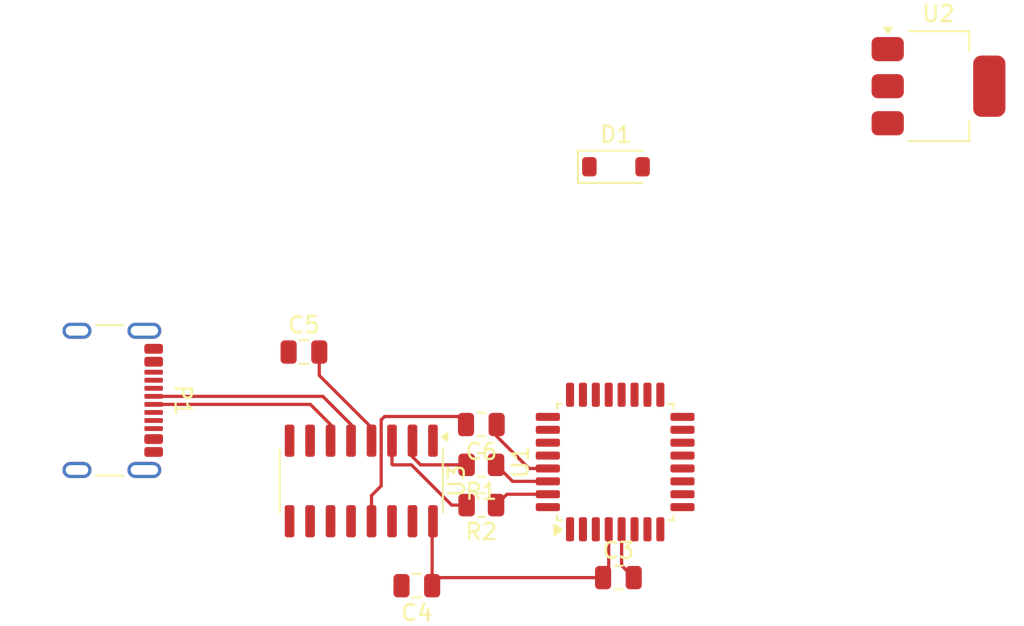
<source format=kicad_pcb>
(kicad_pcb (version 20240108) (generator "pcbnew") (generator_version "8.0")
  (layers (0 "F.Cu" signal) (31 "B.Cu" signal) (34 "B.Paste" user) (35 "F.Paste" user) (36 "B.SilkS" user "B.Silkscreen") (37 "F.SilkS" user "F.Silkscreen") (38 "B.Mask" user) (39 "F.Mask" user) (44 "Edge.Cuts" user))
  (net 0 "")
  (net 1 "GND")
  (net 2 "D-")
  (net 5 "D+")
  (net 16 "+5V")
  (net 34 "+12V")
  (net 38 "Net-(U3-V3)")
  (net 44 "Net-(D1-A)")
  (net 45 "Reset")
  (net 46 "Net-(U3-TXD)")
  (net 47 "Net-(U3-RXD)")
  (net 48 "Net-(U3-DTR#)")
  (net 49 "RX")
  (net 50 "TX")
  (footprint "Connector_USB:USB_C_Receptacle_GCT_USB4105-xx-A_16P_TopMnt_Horizontal" (layer "F.Cu") (at 103.5 70 -90)
    (property "Reference" "P1" (at 0 -5.5 -90) (layer "F.SilkS"))
    (property "Value" "USB_C_Plug_USB2.0")
    (fp_line (start -4.67 -0.1) (end -4.67 -1.8) (stroke (width 0.12)) (layer "F.SilkS"))
    (fp_line (start 4.67 -0.1) (end 4.67 -1.8) (stroke (width 0.12)) (layer "F.SilkS"))
    (pad "" np_thru_hole circle (at -2.89 -2.605 270) (size 0.65 0.65) (drill 0.65) (layers "F&B.Cu" "*.Mask"))
    (pad "" np_thru_hole circle (at 2.89 -2.605 270) (size 0.65 0.65) (drill 0.65) (layers "F&B.Cu" "*.Mask"))
    (pad "A1" smd roundrect (at -3.2 -3.68 270) (size 0.6 1.15) (layers "F.Cu" "F.Paste" "F.Mask") (net 1 "GND"))
    (pad "A4" smd roundrect (at -2.4 -3.68 270) (size 0.6 1.15) (layers "F.Cu" "F.Paste" "F.Mask") (net 44 "Net-(D1-A)"))
    (pad "A5" smd roundrect (at -1.25 -3.68 270) (size 0.3 1.15) (layers "F.Cu" "F.Paste" "F.Mask"))
    (pad "A6" smd roundrect (at -0.25 -3.68 270) (size 0.3 1.15) (layers "F.Cu" "F.Paste" "F.Mask") (net 5 "D+"))
    (pad "A7" smd roundrect (at 0.25 -3.68 270) (size 0.3 1.15) (layers "F.Cu" "F.Paste" "F.Mask") (net 2 "D-"))
    (pad "A8" smd roundrect (at 1.25 -3.68 270) (size 0.3 1.15) (layers "F.Cu" "F.Paste" "F.Mask"))
    (pad "A9" smd roundrect (at 2.4 -3.68 270) (size 0.6 1.15) (layers "F.Cu" "F.Paste" "F.Mask") (net 44 "Net-(D1-A)"))
    (pad "A12" smd roundrect (at 3.2 -3.68 270) (size 0.6 1.15) (layers "F.Cu" "F.Paste" "F.Mask") (net 1 "GND"))
    (pad "B1" smd roundrect (at 3.2 -3.68 270) (size 0.6 1.15) (layers "F.Cu" "F.Paste" "F.Mask") (net 1 "GND"))
    (pad "B4" smd roundrect (at 2.4 -3.68 270) (size 0.6 1.15) (layers "F.Cu" "F.Paste" "F.Mask") (net 44 "Net-(D1-A)"))
    (pad "B5" smd roundrect (at 1.75 -3.68 270) (size 0.3 1.15) (layers "F.Cu" "F.Paste" "F.Mask"))
    (pad "B6" smd roundrect (at 0.75 -3.68 270) (size 0.3 1.15) (layers "F.Cu" "F.Paste" "F.Mask"))
    (pad "B7" smd roundrect (at -0.75 -3.68 270) (size 0.3 1.15) (layers "F.Cu" "F.Paste" "F.Mask"))
    (pad "B8" smd roundrect (at -1.75 -3.68 270) (size 0.3 1.15) (layers "F.Cu" "F.Paste" "F.Mask"))
    (pad "B9" smd roundrect (at -2.4 -3.68 270) (size 0.6 1.15) (layers "F.Cu" "F.Paste" "F.Mask") (net 44 "Net-(D1-A)"))
    (pad "B12" smd roundrect (at -3.2 -3.68 270) (size 0.6 1.15) (layers "F.Cu" "F.Paste" "F.Mask") (net 1 "GND"))
    (pad "S1" thru_hole oval (at -4.32 -3.105 270) (size 1 2.1) (drill oval 0.6 1.7) (property pad_prop_heatsink) (layers "*.Cu" "*.Mask" "F.Paste") (net 1 "GND"))
    (pad "S1" thru_hole oval (at -4.32 1.075 270) (size 1 1.8) (drill oval 0.6 1.4) (property pad_prop_heatsink) (layers "*.Cu" "*.Mask" "F.Paste") (net 1 "GND"))
    (pad "S1" thru_hole oval (at 4.32 -3.105 270) (size 1 2.1) (drill oval 0.6 1.7) (property pad_prop_heatsink) (layers "*.Cu" "*.Mask" "F.Paste") (net 1 "GND"))
    (pad "S1" thru_hole oval (at 4.32 1.075 270) (size 1 1.8) (drill oval 0.6 1.4) (property pad_prop_heatsink) (layers "*.Cu" "*.Mask" "F.Paste") (net 1 "GND"))
  )
  (footprint "Capacitor_SMD:C_0805_2012Metric" (layer "F.Cu") (at 123.5 81.5 180)
    (property "Reference" "C4" (at 0 -1.68 360) (layer "F.SilkS"))
    (property "Value" "100nF")
    (fp_line (start -0.261252 0.735) (end 0.261252 0.735) (stroke (width 0.12)) (layer "F.SilkS"))
    (fp_line (start -0.261252 -0.735) (end 0.261252 -0.735) (stroke (width 0.12)) (layer "F.SilkS"))
    (pad "1" smd roundrect (at -0.95 0 180) (size 1 1.45) (layers "F.Cu" "F.Paste" "F.Mask") (net 16 "+5V"))
    (pad "2" smd roundrect (at 0.95 0 180) (size 1 1.45) (layers "F.Cu" "F.Paste" "F.Mask") (net 1 "GND"))
  )
  (footprint "Resistor_SMD:R_0805_2012Metric" (layer "F.Cu") (at 127.5 76.5 180)
    (property "Reference" "R2" (at 0 -1.65 360) (layer "F.SilkS"))
    (property "Value" "1K")
    (fp_line (start -0.227064 0.735) (end 0.227064 0.735) (stroke (width 0.12)) (layer "F.SilkS"))
    (fp_line (start -0.227064 -0.735) (end 0.227064 -0.735) (stroke (width 0.12)) (layer "F.SilkS"))
    (pad "1" smd roundrect (at -0.9125 0 180) (size 1.025 1.4) (layers "F.Cu" "F.Paste" "F.Mask") (roundrect_rratio 0.243902) (net 50 "TX"))
    (pad "2" smd roundrect (at 0.9125 0 180) (size 1.025 1.4) (layers "F.Cu" "F.Paste" "F.Mask") (roundrect_rratio 0.243902) (net 47 "Net-(U3-RXD)"))
  )
  (footprint "Resistor_SMD:R_0805_2012Metric" (layer "F.Cu") (at 127.5 74 180)
    (property "Reference" "R1" (at 0 -1.65 360) (layer "F.SilkS"))
    (property "Value" "1K")
    (fp_line (start -0.227064 0.735) (end 0.227064 0.735) (stroke (width 0.12)) (layer "F.SilkS"))
    (fp_line (start -0.227064 -0.735) (end 0.227064 -0.735) (stroke (width 0.12)) (layer "F.SilkS"))
    (pad "1" smd roundrect (at -0.9125 0 180) (size 1.025 1.4) (layers "F.Cu" "F.Paste" "F.Mask") (roundrect_rratio 0.243902) (net 49 "RX"))
    (pad "2" smd roundrect (at 0.9125 0 180) (size 1.025 1.4) (layers "F.Cu" "F.Paste" "F.Mask") (roundrect_rratio 0.243902) (net 46 "Net-(U3-TXD)"))
  )
  (footprint "Capacitor_SMD:C_0805_2012Metric" (layer "F.Cu") (at 127.5 71.5 180)
    (property "Reference" "C6" (at 0 -1.68 360) (layer "F.SilkS"))
    (property "Value" "100nF")
    (fp_line (start -0.261252 0.735) (end 0.261252 0.735) (stroke (width 0.12)) (layer "F.SilkS"))
    (fp_line (start -0.261252 -0.735) (end 0.261252 -0.735) (stroke (width 0.12)) (layer "F.SilkS"))
    (pad "1" smd roundrect (at -0.95 0 180) (size 1 1.45) (layers "F.Cu" "F.Paste" "F.Mask") (net 45 "Reset"))
    (pad "2" smd roundrect (at 0.95 0 180) (size 1 1.45) (layers "F.Cu" "F.Paste" "F.Mask") (net 48 "Net-(U3-DTR#)"))
  )
  (footprint "Capacitor_SMD:C_0805_2012Metric" (layer "F.Cu") (at 116.5 67)
    (property "Reference" "C5" (at 0 -1.68 0) (layer "F.SilkS"))
    (property "Value" "100nF")
    (fp_line (start -0.261252 -0.735) (end 0.261252 -0.735) (stroke (width 0.12)) (layer "F.SilkS"))
    (fp_line (start -0.261252 0.735) (end 0.261252 0.735) (stroke (width 0.12)) (layer "F.SilkS"))
    (pad "1" smd roundrect (at -0.95 0) (size 1 1.45) (layers "F.Cu" "F.Paste" "F.Mask") (net 1 "GND"))
    (pad "2" smd roundrect (at 0.95 0) (size 1 1.45) (layers "F.Cu" "F.Paste" "F.Mask") (net 38 "Net-(U3-V3)"))
  )
  (footprint "Package_QFP:LQFP-32_7x7mm_P0.8mm" (layer "F.Cu") (at 135.8 73.825 90)
    (property "Reference" "U1" (at 0 -5.88 90) (layer "F.SilkS"))
    (property "Value" "LGT8Fx8P-QFP32")
    (fp_line (start 3.61 -3.61) (end 3.61 -3.31) (stroke (width 0.12)) (layer "F.SilkS"))
    (fp_line (start 3.31 -3.61) (end 3.61 -3.61) (stroke (width 0.12)) (layer "F.SilkS"))
    (fp_line (start -3.31 -3.61) (end -3.61 -3.61) (stroke (width 0.12)) (layer "F.SilkS"))
    (fp_line (start -3.61 -3.61) (end -3.61 -3.31) (stroke (width 0.12)) (layer "F.SilkS"))
    (fp_line (start 3.61 3.61) (end 3.61 3.31) (stroke (width 0.12)) (layer "F.SilkS"))
    (fp_line (start 3.31 3.61) (end 3.61 3.61) (stroke (width 0.12)) (layer "F.SilkS"))
    (fp_line (start -3.31 3.61) (end -3.61 3.61) (stroke (width 0.12)) (layer "F.SilkS"))
    (fp_line (start -3.61 3.61) (end -3.61 3.31) (stroke (width 0.12)) (layer "F.SilkS"))
    (fp_poly (pts (xy -4.2125 -3.31) (xy -4.5525 -3.78) (xy -3.8725 -3.78) (xy -4.2125 -3.31)) (stroke (width 0.12)) (fill solid) (layer "F.SilkS"))
    (pad "1" smd roundrect (at -4.175 -2.8 90) (size 1.5 0.5) (layers "F.Cu" "F.Paste" "F.Mask"))
    (pad "2" smd roundrect (at -4.175 -2 90) (size 1.5 0.5) (layers "F.Cu" "F.Paste" "F.Mask"))
    (pad "3" smd roundrect (at -4.175 -1.2 90) (size 1.5 0.5) (layers "F.Cu" "F.Paste" "F.Mask"))
    (pad "4" smd roundrect (at -4.175 -0.4 90) (size 1.5 0.5) (layers "F.Cu" "F.Paste" "F.Mask") (net 16 "+5V"))
    (pad "5" smd roundrect (at -4.175 0.4 90) (size 1.5 0.5) (layers "F.Cu" "F.Paste" "F.Mask") (net 1 "GND"))
    (pad "6" smd roundrect (at -4.175 1.2 90) (size 1.5 0.5) (layers "F.Cu" "F.Paste" "F.Mask"))
    (pad "7" smd roundrect (at -4.175 2 90) (size 1.5 0.5) (layers "F.Cu" "F.Paste" "F.Mask"))
    (pad "8" smd roundrect (at -4.175 2.8 90) (size 1.5 0.5) (layers "F.Cu" "F.Paste" "F.Mask"))
    (pad "9" smd roundrect (at -2.8 4.175 90) (size 0.5 1.5) (layers "F.Cu" "F.Paste" "F.Mask"))
    (pad "10" smd roundrect (at -2 4.175 90) (size 0.5 1.5) (layers "F.Cu" "F.Paste" "F.Mask"))
    (pad "11" smd roundrect (at -1.2 4.175 90) (size 0.5 1.5) (layers "F.Cu" "F.Paste" "F.Mask"))
    (pad "12" smd roundrect (at -0.4 4.175 90) (size 0.5 1.5) (layers "F.Cu" "F.Paste" "F.Mask"))
    (pad "13" smd roundrect (at 0.4 4.175 90) (size 0.5 1.5) (layers "F.Cu" "F.Paste" "F.Mask"))
    (pad "14" smd roundrect (at 1.2 4.175 90) (size 0.5 1.5) (layers "F.Cu" "F.Paste" "F.Mask"))
    (pad "15" smd roundrect (at 2 4.175 90) (size 0.5 1.5) (layers "F.Cu" "F.Paste" "F.Mask"))
    (pad "16" smd roundrect (at 2.8 4.175 90) (size 0.5 1.5) (layers "F.Cu" "F.Paste" "F.Mask"))
    (pad "17" smd roundrect (at 4.175 2.8 90) (size 1.5 0.5) (layers "F.Cu" "F.Paste" "F.Mask"))
    (pad "18" smd roundrect (at 4.175 2 90) (size 1.5 0.5) (layers "F.Cu" "F.Paste" "F.Mask"))
    (pad "19" smd roundrect (at 4.175 1.2 90) (size 1.5 0.5) (layers "F.Cu" "F.Paste" "F.Mask"))
    (pad "20" smd roundrect (at 4.175 0.4 90) (size 1.5 0.5) (layers "F.Cu" "F.Paste" "F.Mask"))
    (pad "21" smd roundrect (at 4.175 -0.4 90) (size 1.5 0.5) (layers "F.Cu" "F.Paste" "F.Mask"))
    (pad "22" smd roundrect (at 4.175 -1.2 90) (size 1.5 0.5) (layers "F.Cu" "F.Paste" "F.Mask"))
    (pad "23" smd roundrect (at 4.175 -2 90) (size 1.5 0.5) (layers "F.Cu" "F.Paste" "F.Mask"))
    (pad "24" smd roundrect (at 4.175 -2.8 90) (size 1.5 0.5) (layers "F.Cu" "F.Paste" "F.Mask"))
    (pad "25" smd roundrect (at 2.8 -4.175 90) (size 0.5 1.5) (layers "F.Cu" "F.Paste" "F.Mask"))
    (pad "26" smd roundrect (at 2 -4.175 90) (size 0.5 1.5) (layers "F.Cu" "F.Paste" "F.Mask"))
    (pad "27" smd roundrect (at 1.2 -4.175 90) (size 0.5 1.5) (layers "F.Cu" "F.Paste" "F.Mask"))
    (pad "28" smd roundrect (at 0.4 -4.175 90) (size 0.5 1.5) (layers "F.Cu" "F.Paste" "F.Mask"))
    (pad "29" smd roundrect (at -0.4 -4.175 90) (size 0.5 1.5) (layers "F.Cu" "F.Paste" "F.Mask") (net 45 "Reset"))
    (pad "30" smd roundrect (at -1.2 -4.175 90) (size 0.5 1.5) (layers "F.Cu" "F.Paste" "F.Mask") (net 49 "RX"))
    (pad "31" smd roundrect (at -2 -4.175 90) (size 0.5 1.5) (layers "F.Cu" "F.Paste" "F.Mask") (net 50 "TX"))
    (pad "32" smd roundrect (at -2.8 -4.175 90) (size 0.5 1.5) (layers "F.Cu" "F.Paste" "F.Mask"))
  )
  (footprint "Capacitor_SMD:C_0805_2012Metric" (layer "F.Cu") (at 136 81)
    (property "Reference" "C3" (at 0 -1.68 360) (layer "F.SilkS"))
    (property "Value" "100nF")
    (fp_line (start -0.261252 -0.735) (end 0.261252 -0.735) (stroke (width 0.12)) (layer "F.SilkS"))
    (fp_line (start -0.261252 0.735) (end 0.261252 0.735) (stroke (width 0.12)) (layer "F.SilkS"))
    (pad "1" smd roundrect (at -0.95 0) (size 1 1.45) (layers "F.Cu" "F.Paste" "F.Mask") (net 16 "+5V"))
    (pad "2" smd roundrect (at 0.95 0) (size 1 1.45) (layers "F.Cu" "F.Paste" "F.Mask") (net 1 "GND"))
  )
  (footprint "Package_TO_SOT_SMD:SOT-223-3_TabPin2" (layer "F.Cu") (at 155.85 50.5)
    (property "Reference" "U2" (at 0 -4.5 0) (layer "F.SilkS"))
    (property "Value" "AMS1117-5.0")
    (fp_line (start -1.85 -3.41) (end 1.91 -3.41) (stroke (width 0.12)) (layer "F.SilkS"))
    (fp_line (start -1.85 3.41) (end 1.91 3.41) (stroke (width 0.12)) (layer "F.SilkS"))
    (fp_line (start 1.91 -3.41) (end 1.91 -2.15) (stroke (width 0.12)) (layer "F.SilkS"))
    (fp_line (start 1.91 3.41) (end 1.91 2.15) (stroke (width 0.12)) (layer "F.SilkS"))
    (fp_poly (pts (xy -3.13 -3.31) (xy -3.37 -3.64) (xy -2.89 -3.64) (xy -3.13 -3.31)) (stroke (width 0.12)) (fill solid) (layer "F.SilkS"))
    (pad "1" smd roundrect (at -3.15 -2.3) (size 2 1.5) (layers "F.Cu" "F.Paste" "F.Mask") (net 1 "GND"))
    (pad "2" smd roundrect (at -3.15 0) (size 2 1.5) (layers "F.Cu" "F.Paste" "F.Mask") (net 16 "+5V"))
    (pad "2" smd roundrect (at 3.15 0) (size 2 3.8) (layers "F.Cu" "F.Paste" "F.Mask") (net 16 "+5V"))
    (pad "3" smd roundrect (at -3.15 2.3) (size 2 1.5) (layers "F.Cu" "F.Paste" "F.Mask") (net 34 "+12V"))
  )
  (footprint "Package_SO:SOP-16_3.9x9.9mm_P1.27mm" (layer "F.Cu") (at 120.055 75 -90)
    (property "Reference" "U3" (at 0 -5.9 90) (layer "F.SilkS"))
    (property "Value" "~")
    (fp_line (start 0 5.06) (end -1.95 5.06) (stroke (width 0.12)) (layer "F.SilkS"))
    (fp_line (start 0 5.06) (end 1.95 5.06) (stroke (width 0.12)) (layer "F.SilkS"))
    (fp_line (start 0 -5.06) (end -1.95 -5.06) (stroke (width 0.12)) (layer "F.SilkS"))
    (fp_line (start 0 -5.06) (end 1.95 -5.06) (stroke (width 0.12)) (layer "F.SilkS"))
    (fp_poly (pts (xy -2.725 -5.005) (xy -2.965 -5.335) (xy -2.485 -5.335) (xy -2.725 -5.005)) (stroke (width 0.12)) (fill solid) (layer "F.SilkS"))
    (pad "1" smd roundrect (at -2.5 -4.445 270) (size 2 0.6) (layers "F.Cu" "F.Paste" "F.Mask") (net 1 "GND"))
    (pad "2" smd roundrect (at -2.5 -3.175 270) (size 2 0.6) (layers "F.Cu" "F.Paste" "F.Mask") (net 46 "Net-(U3-TXD)"))
    (pad "3" smd roundrect (at -2.5 -1.905 270) (size 2 0.6) (layers "F.Cu" "F.Paste" "F.Mask") (net 47 "Net-(U3-RXD)"))
    (pad "4" smd roundrect (at -2.5 -0.635 270) (size 2 0.6) (layers "F.Cu" "F.Paste" "F.Mask") (net 38 "Net-(U3-V3)"))
    (pad "5" smd roundrect (at -2.5 0.635 270) (size 2 0.6) (layers "F.Cu" "F.Paste" "F.Mask") (net 5 "D+"))
    (pad "6" smd roundrect (at -2.5 1.905 270) (size 2 0.6) (layers "F.Cu" "F.Paste" "F.Mask") (net 2 "D-"))
    (pad "7" smd roundrect (at -2.5 3.175 270) (size 2 0.6) (layers "F.Cu" "F.Paste" "F.Mask"))
    (pad "8" smd roundrect (at -2.5 4.445 270) (size 2 0.6) (layers "F.Cu" "F.Paste" "F.Mask"))
    (pad "9" smd roundrect (at 2.5 4.445 270) (size 2 0.6) (layers "F.Cu" "F.Paste" "F.Mask"))
    (pad "10" smd roundrect (at 2.5 3.175 270) (size 2 0.6) (layers "F.Cu" "F.Paste" "F.Mask"))
    (pad "11" smd roundrect (at 2.5 1.905 270) (size 2 0.6) (layers "F.Cu" "F.Paste" "F.Mask"))
    (pad "12" smd roundrect (at 2.5 0.635 270) (size 2 0.6) (layers "F.Cu" "F.Paste" "F.Mask"))
    (pad "13" smd roundrect (at 2.5 -0.635 270) (size 2 0.6) (layers "F.Cu" "F.Paste" "F.Mask") (net 48 "Net-(U3-DTR#)"))
    (pad "14" smd roundrect (at 2.5 -1.905 270) (size 2 0.6) (layers "F.Cu" "F.Paste" "F.Mask"))
    (pad "15" smd roundrect (at 2.5 -3.175 270) (size 2 0.6) (layers "F.Cu" "F.Paste" "F.Mask"))
    (pad "16" smd roundrect (at 2.5 -4.445 270) (size 2 0.6) (layers "F.Cu" "F.Paste" "F.Mask") (net 16 "+5V"))
  )
  (footprint "Diode_SMD:D_SOD-123" (layer "F.Cu") (at 135.85 55.5)
    (property "Reference" "D1" (at 0 -2 0) (layer "F.SilkS"))
    (property "Value" "1N4148W")
    (fp_line (start -2.36 -1) (end -2.36 1) (stroke (width 0.12)) (layer "F.SilkS"))
    (fp_line (start -2.36 -1) (end 1.65 -1) (stroke (width 0.12)) (layer "F.SilkS"))
    (fp_line (start -2.36 1) (end 1.65 1) (stroke (width 0.12)) (layer "F.SilkS"))
    (pad "1" smd roundrect (at -1.65 0) (size 0.9 1.2) (layers "F.Cu" "F.Paste" "F.Mask") (net 16 "+5V"))
    (pad "2" smd roundrect (at 1.65 0) (size 0.9 1.2) (layers "F.Cu" "F.Paste" "F.Mask") (net 44 "Net-(D1-A)"))
  )
  (segment (start 136.2 80.25) (end 136.2 78) (width 0.2) (layer "F.Cu") (net 1))
  (segment (start 136.95 81) (end 136.2 80.25) (width 0.2) (layer "F.Cu") (net 1))
  (segment (start 118.15 71.500001) (end 118.15 72.5) (width 0.2) (layer "F.Cu") (net 2))
  (segment (start 116.899999 70.25) (end 118.15 71.500001) (width 0.2) (layer "F.Cu") (net 2))
  (segment (start 107.18 70.25) (end 116.899999 70.25) (width 0.2) (layer "F.Cu") (net 2))
  (segment (start 119.42 71.500001) (end 119.42 72.5) (width 0.2) (layer "F.Cu") (net 5))
  (segment (start 107.18 69.75) (end 117.669999 69.75) (width 0.2) (layer "F.Cu") (net 5))
  (segment (start 117.669999 69.75) (end 119.42 71.500001) (width 0.2) (layer "F.Cu") (net 5))
  (segment (start 135.05 81) (end 135.4 80.65) (width 0.2) (layer "F.Cu") (net 16))
  (segment (start 135.4 80.65) (end 135.4 78) (width 0.2) (layer "F.Cu") (net 16))
  (segment (start 124.45 81.5) (end 124.95 81) (width 0.2) (layer "F.Cu") (net 16))
  (segment (start 124.45 81.5) (end 124.45 77.55) (width 0.2) (layer "F.Cu") (net 16))
  (segment (start 124.95 81) (end 135.05 81) (width 0.2) (layer "F.Cu") (net 16))
  (segment (start 124.45 77.55) (end 124.5 77.5) (width 0.2) (layer "F.Cu") (net 16))
  (segment (start 117.45 68.45) (end 120.69 71.69) (width 0.2) (layer "F.Cu") (net 38))
  (segment (start 120.69 71.69) (end 120.69 72.5) (width 0.2) (layer "F.Cu") (net 38))
  (segment (start 117.45 67) (end 117.45 68.45) (width 0.2) (layer "F.Cu") (net 38))
  (segment (start 128.45 71.5) (end 128.45 72.225) (width 0.2) (layer "F.Cu") (net 45))
  (segment (start 128.45 72.225) (end 130.45 74.225) (width 0.2) (layer "F.Cu") (net 45))
  (segment (start 130.45 74.225) (end 131.625 74.225) (width 0.2) (layer "F.Cu") (net 45))
  (segment (start 126.5875 74) (end 123.730001 74) (width 0.2) (layer "F.Cu") (net 46))
  (segment (start 123.730001 74) (end 123.23 73.499999) (width 0.2) (layer "F.Cu") (net 46))
  (segment (start 123.23 73.499999) (end 123.23 72.5) (width 0.2) (layer "F.Cu") (net 46))
  (segment (start 123.269107 72.460893) (end 123.23 72.5) (width 0.2) (layer "F.Cu") (net 46))
  (segment (start 125.664315 76.5) (end 123.164315 74) (width 0.2) (layer "F.Cu") (net 47))
  (segment (start 122 74) (end 121.96 73.96) (width 0.2) (layer "F.Cu") (net 47))
  (segment (start 126.5875 76.5) (end 125.664315 76.5) (width 0.2) (layer "F.Cu") (net 47))
  (segment (start 121.96 73.96) (end 121.96 72.5) (width 0.2) (layer "F.Cu") (net 47))
  (segment (start 123.164315 74) (end 122 74) (width 0.2) (layer "F.Cu") (net 47))
  (segment (start 120.69 77.5) (end 120.69 75.905) (width 0.2) (layer "F.Cu") (net 48))
  (segment (start 126.050062 71.000062) (end 126.55 71.5) (width 0.2) (layer "F.Cu") (net 48))
  (segment (start 120.69 75.905) (end 121.29 75.305) (width 0.2) (layer "F.Cu") (net 48))
  (segment (start 121.29 75.305) (end 121.29 71.21) (width 0.2) (layer "F.Cu") (net 48))
  (segment (start 121.29 71.21) (end 121.499938 71.000062) (width 0.2) (layer "F.Cu") (net 48))
  (segment (start 121.499938 71.000062) (end 126.050062 71.000062) (width 0.2) (layer "F.Cu") (net 48))
  (segment (start 129.4375 75.025) (end 131.625 75.025) (width 0.2) (layer "F.Cu") (net 49))
  (segment (start 128.4125 74) (end 129.4375 75.025) (width 0.2) (layer "F.Cu") (net 49))
  (segment (start 128.4125 76.5) (end 129.0875 75.825) (width 0.2) (layer "F.Cu") (net 50))
  (segment (start 129.0875 75.825) (end 131.625 75.825) (width 0.2) (layer "F.Cu") (net 50))
)
</source>
